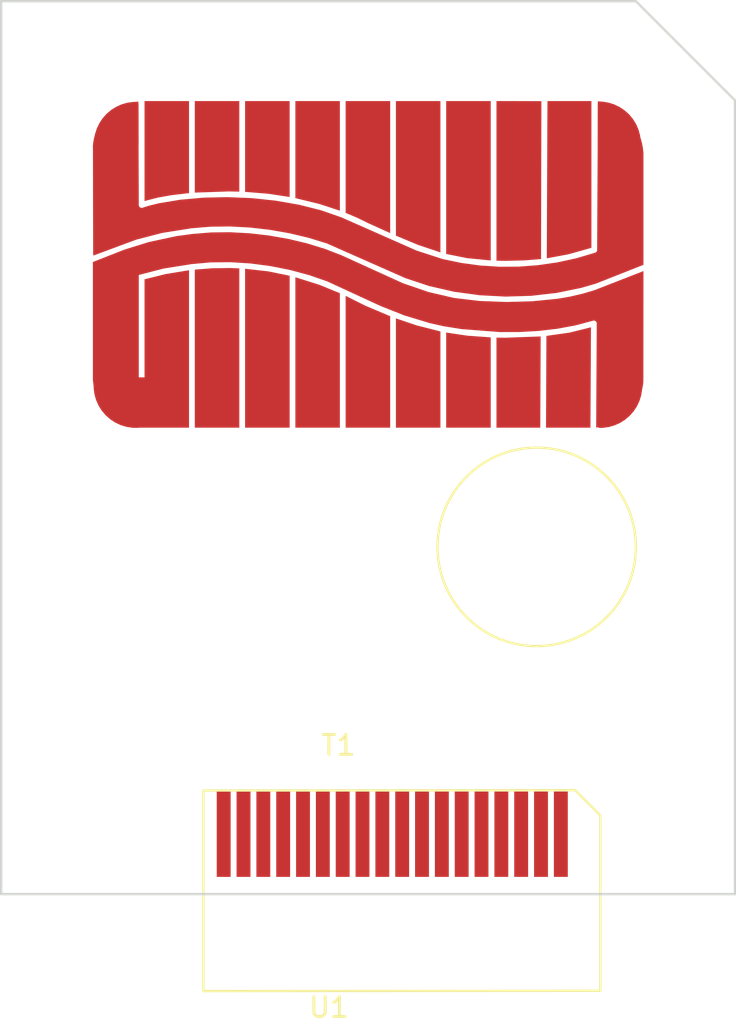
<source format=kicad_pcb>
(kicad_pcb (version 20211014) (generator pcbnew)
  (layers (0 "F.Cu" signal) (31 "B.Cu" signal) (34 "B.Paste" user) (35 "F.Paste" user) (36 "B.SilkS" user "B.Silkscreen") (37 "F.SilkS" user "F.Silkscreen") (38 "B.Mask" user) (39 "F.Mask" user) (44 "Edge.Cuts" user))
  (net 0 "")
  (net 1 "Net-(T1-Pad1)")
  (net 2 "/CLE")
  (net 3 "/ALE")
  (net 4 "/~{WE}")
  (net 5 "/~{WP}")
  (net 6 "Net-(T1-Pad6)")
  (net 7 "Net-(T1-Pad7)")
  (net 8 "Net-(T1-Pad8)")
  (net 9 "Net-(T1-Pad9)")
  (net 10 "/~{CD}")
  (net 11 "Net-(T1-Pad12)")
  (net 12 "Net-(T1-Pad13)")
  (net 13 "Net-(T1-Pad14)")
  (net 14 "Net-(T1-Pad15)")
  (net 15 "Net-(T1-Pad16)")
  (net 17 "/R{slash}~{B}")
  (net 18 "/~{RE}")
  (net 19 "/~{CE}")
  (footprint "Library:tempthing" (layer "F.Cu") (at 158.8 123.9 180)
    (fp_text reference "U1" (at 0 -5.95) (layer "F.SilkS"))
    (fp_text value "XD_Card")
    (fp_line (start -12.41 5) (end 6.33 4.985) (layer "F.SilkS") (width 0.12))
    (fp_line (start 6.33 4.985) (end 6.33 -5.125) (layer "F.SilkS") (width 0.12))
    (fp_line (start -13.68 -5.11) (end 6.33 -5.125) (layer "F.SilkS") (width 0.12))
    (fp_line (start -13.68 3.73) (end -13.68 -5.11) (layer "F.SilkS") (width 0.12))
    (fp_line (start -12.41 5) (end -13.68 3.73) (layer "F.SilkS") (width 0.12))
    (pad "1" connect rect (at -11.69 2.78 180) (size 0.7 4.3) (layers "F.Cu" "F.Mask") (net 10 "/~{CD}"))
    (pad "2" connect rect (at -10.69 2.78 180) (size 0.7 4.3) (layers "F.Cu" "F.Mask") (net 17 "/R{slash}~{B}"))
    (pad "3" connect rect (at -9.69 2.78 180) (size 0.7 4.3) (layers "F.Cu" "F.Mask") (net 18 "/~{RE}"))
    (pad "4" connect rect (at -8.69 2.78 180) (size 0.7 4.3) (layers "F.Cu" "F.Mask") (net 19 "/~{CE}"))
    (pad "5" connect rect (at -7.69 2.78 180) (size 0.7 4.3) (layers "F.Cu" "F.Mask") (net 2 "/CLE"))
    (pad "6" connect rect (at -6.69 2.78 180) (size 0.7 4.3) (layers "F.Cu" "F.Mask") (net 3 "/ALE"))
    (pad "7" connect rect (at -5.69 2.78 180) (size 0.7 4.3) (layers "F.Cu" "F.Mask") (net 4 "/~{WE}"))
    (pad "8" connect rect (at -4.69 2.78 180) (size 0.7 4.3) (layers "F.Cu" "F.Mask") (net 5 "/~{WP}"))
    (pad "9" connect rect (at -3.69 2.78 180) (size 0.7 4.3) (layers "F.Cu" "F.Mask") (net 1 "Net-(T1-Pad1)"))
    (pad "10" connect rect (at -2.69 2.78 180) (size 0.7 4.3) (layers "F.Cu" "F.Mask") (net 6 "Net-(T1-Pad6)"))
    (pad "11" connect rect (at -1.69 2.78 180) (size 0.7 4.3) (layers "F.Cu" "F.Mask") (net 7 "Net-(T1-Pad7)"))
    (pad "12" connect rect (at -0.69 2.78 180) (size 0.7 4.3) (layers "F.Cu" "F.Mask") (net 8 "Net-(T1-Pad8)"))
    (pad "13" connect rect (at 0.31 2.78 180) (size 0.7 4.3) (layers "F.Cu" "F.Mask") (net 9 "Net-(T1-Pad9)"))
    (pad "14" connect rect (at 1.31 2.78 180) (size 0.7 4.3) (layers "F.Cu" "F.Mask") (net 12 "Net-(T1-Pad13)"))
    (pad "15" connect rect (at 2.31 2.78 180) (size 0.7 4.3) (layers "F.Cu" "F.Mask") (net 13 "Net-(T1-Pad14)"))
    (pad "16" connect rect (at 3.31 2.78 180) (size 0.7 4.3) (layers "F.Cu" "F.Mask") (net 14 "Net-(T1-Pad15)"))
    (pad "17" connect rect (at 4.31 2.78 180) (size 0.7 4.3) (layers "F.Cu" "F.Mask") (net 15 "Net-(T1-Pad16)"))
    (pad "18" connect rect (at 5.31 2.78 180) (size 0.7 4.3) (layers "F.Cu" "F.Mask") (net 11 "Net-(T1-Pad12)"))
  )
  (footprint "Library:Smartmedia card rwar1" (layer "F.Cu") (at 161 93.9)
    (fp_text reference "T1" (at -1.727751 22.738667 unlocked) (layer "F.SilkS"))
    (fp_text value "SmartMedia_Normal")
    (fp_poly (pts (xy -6.430799 6.731591) (xy -6.430799 -1.277416) (xy -5.258013 -1.144091) (xy -4.184317 -0.924854) (xy -4.184317 6.731591)) (layer "F.Cu") (width 0) (fill solid))
    (fp_poly (pts (xy 1.175089 -2.944433) (xy 1.175089 -9.7283) (xy 3.41804 -9.7283) (xy 3.41804 -2.101914) (xy 2.290105 -2.479523)) (layer "F.Cu") (width 0) (fill solid))
    (fp_poly (pts (xy -11.902751 -7.616333) (xy -11.902751 -9.586333) (xy -12.047024 -9.58597) (xy -12.333155 -9.549038) (xy -12.611118 -9.471761) (xy -12.875254 -9.355712) (xy -13.120187 -9.203254) (xy -13.340929 -9.01749) (xy -13.532987 -8.802203) (xy -13.692452 -8.561774) (xy -13.816077 -8.301098) (xy -13.901346 -8.025481) (xy -13.946522 -7.740535) (xy -13.952751 -7.616333)) (layer "F.Cu") (width 0.2) (fill solid))
    (fp_poly (pts (xy -9.257263 -9.7283) (xy -9.257263 -5.090642) (xy -10.148968 -4.984652) (xy -10.839875 -4.860897) (xy -11.500214 -4.689912) (xy -11.500214 -9.7283)) (layer "F.Cu") (width 0) (fill solid))
    (fp_poly (pts (xy 8.472641 2.13325) (xy 8.452789 6.731591) (xy 6.244504 6.731591) (xy 6.244504 2.191171) (xy 6.678737 2.199116)) (layer "F.Cu") (width 0) (fill solid))
    (fp_poly (pts (xy -1.361384 6.731591) (xy -1.361384 0.087294) (xy -0.37318 0.581342) (xy 0.885077 1.114406) (xy 0.885082 6.731592)) (layer "F.Cu") (width 0) (fill solid))
    (fp_poly (pts (xy -4.184317 -9.7283) (xy -4.184317 -4.892484) (xy -5.260686 -5.056401) (xy -6.430799 -5.152266) (xy -6.430799 -9.7283)) (layer "F.Cu") (width 0) (fill solid))
    (fp_poly (pts (xy 5.954492 -1.695134) (xy 4.766626 -1.810432) (xy 3.708031 -2.022397) (xy 3.708031 -9.7283) (xy 5.954492 -9.7283)) (layer "F.Cu") (width 0) (fill solid))
    (fp_poly (pts (xy 8.742801 6.731591) (xy 8.762783 2.106357) (xy 9.928479 1.940346) (xy 11.008813 1.672145) (xy 10.98235 6.731591)) (layer "F.Cu") (width 0) (fill solid))
    (fp_poly (pts (xy 3.41804 1.880811) (xy 3.41804 6.731591) (xy 1.175089 6.731591) (xy 1.175089 1.224735) (xy 2.244145 1.584764)) (layer "F.Cu") (width 0) (fill solid))
    (fp_poly (pts (xy -8.967272 -1.23476) (xy -8.108328 -1.300401) (xy -7.209649 -1.31458) (xy -6.72079 -1.295481) (xy -6.72079 6.731591) (xy -8.967272 6.731591)) (layer "F.Cu") (width 0) (fill solid))
    (fp_poly (pts (xy 5.954492 2.18174) (xy 5.954492 6.731591) (xy 3.708031 6.731591) (xy 3.708031 1.937827) (xy 4.780207 2.096869)) (layer "F.Cu") (width 0) (fill solid))
    (fp_poly (pts (xy -11.902751 4.588667) (xy -13.962751 4.588667) (xy -13.962388 4.73294) (xy -13.925456 5.019071) (xy -13.848179 5.297034) (xy -13.73213 5.56117) (xy -13.579672 5.806103) (xy -13.393908 6.026845) (xy -13.178621 6.218903) (xy -12.938192 6.378368) (xy -12.677516 6.501993) (xy -12.401899 6.587262) (xy -12.116953 6.632438) (xy -11.902751 6.638667)) (layer "F.Cu") (width 0.2) (fill solid))
    (fp_poly (pts (xy 8.509774 -9.724472) (xy 8.491525 -1.766663) (xy 7.629231 -1.697354) (xy 6.695704 -1.675088) (xy 6.244504 -1.683098) (xy 6.244504 -9.7283)) (layer "F.Cu") (width 0) (fill solid))
    (fp_poly (pts (xy -1.651375 -0.045428) (xy -1.651375 6.731591) (xy -3.894326 6.731591) (xy -3.894326 -0.848545) (xy -2.681189 -0.466438)) (layer "F.Cu") (width 0) (fill solid))
    (fp_poly (pts (xy -9.096355 -3.029915) (xy -8.159627 -3.107378) (xy -7.190713 -3.118032) (xy -6.204982 -3.064994) (xy -5.217803 -2.951385) (xy -4.244544 -2.780324) (xy -3.300576 -2.554928) (xy -2.401266 -2.278318) (xy -1.561983 -1.953612) (xy 1.531503 -0.54638) (xy 2.823258 -0.103067) (xy 4.105064 0.194409) (xy 5.389889 0.3468) (xy 6.748542 0.397357) (xy 8.04995 0.360922) (xy 9.337657 0.233438) (xy 9.981868 0.121011) (xy 10.588148 -0.021708) (xy 11.173785 -0.193868) (xy 13.655637 -1.159831) (xy 13.65188 4.394818) (xy 13.641102 4.51344) (xy 13.623505 4.630248) (xy 13.59934 4.745129) (xy 13.568856 4.857972) (xy 13.532305 4.968665) (xy 13.442001 5.183151) (xy 13.33043 5.387692) (xy 13.199595 5.581391) (xy 13.0515 5.763352) (xy 12.888146 5.932679) (xy 12.711537 6.088476) (xy 12.523675 6.229847) (xy 12.326564 6.355896) (xy 12.122206 6.465726) (xy 11.912604 6.558441) (xy 11.699761 6.633146) (xy 11.485679 6.688943) (xy 11.272363 6.724938) (xy 11.299873 1.470979) (xy 11.299344 1.462244) (xy 11.298224 1.453659) (xy 11.296536 1.445239) (xy 11.294304 1.436999) (xy 11.291549 1.428957) (xy 11.288294 1.421127) (xy 11.284563 1.413526) (xy 11.280377 1.406169) (xy 11.27576 1.399072) (xy 11.270735 1.392252) (xy 11.265324 1.385723) (xy 11.259549 1.379502) (xy 11.253435 1.373605) (xy 11.247002 1.368048) (xy 11.240275 1.362845) (xy 11.233276 1.358014) (xy 11.226028 1.353571) (xy 11.218553 1.34953) (xy 11.210874 1.345907) (xy 11.203014 1.34272) (xy 11.194995 1.339983) (xy 11.186841 1.337712) (xy 11.178575 1.335924) (xy 11.170218 1.334634) (xy 11.161793 1.333858) (xy 11.153325 1.333611) (xy 11.144834 1.33391) (xy 11.136344 1.334771) (xy 11.127878 1.336209) (xy 10.23585 1.575214) (xy 9.31304 1.746416) (xy 8.357208 1.857607) (xy 7.382883 1.911907) (xy 6.404597 1.912437) (xy 4.49426 1.764669) (xy 3.59127 1.622612) (xy 2.888567 1.463954) (xy 1.602563 1.076647) (xy 0.4 0.6) (xy -2.29305 -0.641326) (xy -3.204342 -0.957001) (xy -4.164093 -1.215256) (xy -5.156251 -1.412284) (xy -6.164762 -1.544277) (xy -7.173573 -1.607426) (xy -8.16663 -1.597924) (xy -9.12788 -1.511963) (xy -10.532936 -1.288568) (xy -11.790226 -0.964472) (xy -11.790226 4.195484) (xy -11.500214 4.195484) (xy -11.500214 -0.745881) (xy -10.437375 -1.009654) (xy -9.257263 -1.202292) (xy -9.257263 6.731591) (xy -11.787362 6.731591) (xy -11.885782 6.722523) (xy -12.023046 6.701856) (xy -12.193644 6.663309) (xy -12.392063 6.600602) (xy -12.612792 6.507454) (xy -12.850318 6.377585) (xy -12.973658 6.296918) (xy -13.099131 6.204715) (xy -13.226047 6.100192) (xy -13.353718 5.982563) (xy -13.471338 5.859676) (xy -13.575725 5.734736) (xy -13.667693 5.608746) (xy -13.748056 5.482712) (xy -13.81763 5.35764) (xy -13.877228 5.234534) (xy -13.969755 4.99824) (xy -14.032152 4.781872) (xy -14.070935 4.59347) (xy -14.103715 4.332728) (xy -14.103715 -1.616801) (xy -12.525055 -2.237907) (xy -11.288577 -2.622742) (xy -9.876455 -2.925252) (xy -9.096915 -3.02985)) (layer "F.Cu") (width 0) (fill solid))
    (fp_poly (pts (xy 11.031863 -9.7283) (xy 11.031529 -2.332261) (xy 9.865956 -2.00445) (xy 8.781709 -1.804085) (xy 8.815622 -9.7283) (xy 11.031863 -9.7283) (xy 11.031529 -2.332261)) (layer "F.Cu") (width 0) (fill solid))
    (fp_poly (pts (xy 11.442249 4.668667) (xy 11.442249 6.638667) (xy 11.586522 6.638304) (xy 11.872653 6.601372) (xy 12.150616 6.524095) (xy 12.414752 6.408046) (xy 12.659685 6.255588) (xy 12.880427 6.069824) (xy 13.072485 5.854537) (xy 13.23195 5.614108) (xy 13.355575 5.353432) (xy 13.440844 5.077815) (xy 13.48602 4.792869) (xy 13.492249 4.668667)) (layer "F.Cu") (width 0.2) (fill solid))
    (fp_poly (pts (xy -11.902751 4.588667) (xy -13.962751 4.588667) (xy -13.962388 4.73294) (xy -13.925456 5.019071) (xy -13.848179 5.297034) (xy -13.73213 5.56117) (xy -13.579672 5.806103) (xy -13.393908 6.026845) (xy -13.178621 6.218903) (xy -12.938192 6.378368) (xy -12.677516 6.501993) (xy -12.401899 6.587262) (xy -12.116953 6.632438) (xy -11.902751 6.638667)) (layer "F.Cu") (width 0.2) (fill solid))
    (fp_poly (pts (xy -1.651375 -4.203077) (xy -2.685735 -4.541738) (xy -3.894326 -4.835877) (xy -3.894326 -9.7283) (xy -1.651375 -9.7283)) (layer "F.Cu") (width 0) (fill solid))
    (fp_poly (pts (xy 11.452249 -7.556333) (xy 13.422249 -7.556333) (xy 13.421886 -7.700606) (xy 13.384954 -7.986737) (xy 13.307677 -8.2647) (xy 13.191628 -8.528836) (xy 13.03917 -8.773769) (xy 12.853406 -8.994511) (xy 12.638119 -9.186569) (xy 12.39769 -9.346034) (xy 12.137014 -9.469659) (xy 11.861397 -9.554928) (xy 11.576451 -9.600104) (xy 11.452249 -9.606333)) (layer "F.Cu") (width 0.2) (fill solid))
    (fp_poly (pts (xy 2.21042 -2.195673) (xy 3.526173 -1.767309) (xy 4.461212 -1.571069) (xy 5.416713 -1.441562) (xy 6.386285 -1.379171) (xy 7.363537 -1.384282) (xy 8.342076 -1.457278) (xy 9.315511 -1.598544) (xy 10.277451 -1.808464) (xy 11.221504 -2.087423) (xy 11.232347 -2.091496) (xy 11.242716 -2.096363) (xy 11.252579 -2.101982) (xy 11.261907 -2.108311) (xy 11.270668 -2.115308) (xy 11.278833 -2.122931) (xy 11.286371 -2.131139) (xy 11.293251 -2.139888) (xy 11.299443 -2.149137) (xy 11.304917 -2.158843) (xy 11.309642 -2.168966) (xy 11.313586 -2.179462) (xy 11.316721 -2.19029) (xy 11.319015 -2.201408) (xy 11.320439 -2.212773) (xy 11.359019 -9.722438) (xy 11.453754 -9.70418) (xy 11.64704 -9.653577) (xy 11.8438 -9.584328) (xy 12.042101 -9.496596) (xy 12.240006 -9.390545) (xy 12.43558 -9.266338) (xy 12.626886 -9.124141) (xy 12.811991 -8.964116) (xy 13.01822 -8.753724) (xy 13.121969 -8.625612) (xy 13.21363 -8.494457) (xy 13.293973 -8.361581) (xy 13.363769 -8.228308) (xy 13.423787 -8.095961) (xy 13.517572 -7.839338) (xy 13.581488 -7.602298) (xy 13.621697 -7.395425) (xy 13.655637 -7.114528) (xy 13.655637 -1.474605) (xy 11.259053 -0.528705) (xy 10.525801 -0.315687) (xy 9.289753 -0.061489) (xy 8.008643 0.085977) (xy 6.703284 0.126) (xy 5.394486 0.05787) (xy 4.10306 -0.119125) (xy 2.849817 -0.405695) (xy 1.655569 -0.802552) (xy -2.306595 -2.552551) (xy -3.223153 -2.834533) (xy -4.184952 -3.064193) (xy -5.176439 -3.238405) (xy -6.182059 -3.354037) (xy -7.186258 -3.40796) (xy -8.173483 -3.397045) (xy -9.128179 -3.318162) (xy -10.612159 -3.082726) (xy -11.916693 -2.744278) (xy -14.065881 -1.946655) (xy -14.07511 -1.948746) (xy -14.083197 -1.981986) (xy -14.090204 -2.044347) (xy -14.100905 -7.37399) (xy -14.103698 -7.39805) (xy -14.102658 -7.471534) (xy -14.087866 -7.638282) (xy -14.0548 -7.825658) (xy -14.001867 -8.026766) (xy -13.927476 -8.234707) (xy -13.830035 -8.442587) (xy -13.772174 -8.544349) (xy -13.707953 -8.643509) (xy -13.637174 -8.739206) (xy -13.559638 -8.830577) (xy -13.37208 -9.019193) (xy -13.264708 -9.112651) (xy -13.153929 -9.197543) (xy -13.040641 -9.274281) (xy -12.810125 -9.404934) (xy -12.580342 -9.507896) (xy -12.358472 -9.586452) (xy -12.151695 -9.643887) (xy -11.812144 -9.708533) (xy -11.790187 -4.556047) (xy -11.791931 -4.545526) (xy -11.7931 -4.534947) (xy -11.793703 -4.524342) (xy -11.793249 -4.503182) (xy -11.79065 -4.482303) (xy -11.785986 -4.46196) (xy -11.779335 -4.442409) (xy -11.77529 -4.433011) (xy -11.770779 -4.423906) (xy -11.765811 -4.415128) (xy -11.760396 -4.406708) (xy -11.754545 -4.398678) (xy -11.748267 -4.391069) (xy -11.741572 -4.383915) (xy -11.73447 -4.377247) (xy -11.726971 -4.371096) (xy -11.719086 -4.365496) (xy -11.710824 -4.360477) (xy -11.702194 -4.356073) (xy -11.693208 -4.352314) (xy -11.683875 -4.349233) (xy -11.674205 -4.346862) (xy -11.664207 -4.345233) (xy -11.653892 -4.344378) (xy -11.643271 -4.344328) (xy -11.632352 -4.345117) (xy -11.621145 -4.346775) (xy -11.609662 -4.349335) (xy -11.290506 -4.450732) (xy -10.778046 -4.577563) (xy -9.692246 -4.756771) (xy -8.534087 -4.859923) (xy -7.330238 -4.886649) (xy -6.107367 -4.836578) (xy -4.892144 -4.70934) (xy -3.711236 -4.504564) (xy -2.591314 -4.221879) (xy -1.559046 -3.860915)) (layer "F.Cu") (width 0) (fill solid))
    (fp_poly (pts (xy 11.442249 4.668667) (xy 11.442249 6.638667) (xy 11.586522 6.638304) (xy 11.872653 6.601372) (xy 12.150616 6.524095) (xy 12.414752 6.408046) (xy 12.659685 6.255588) (xy 12.880427 6.069824) (xy 13.072485 5.854537) (xy 13.23195 5.614108) (xy 13.355575 5.353432) (xy 13.440844 5.077815) (xy 13.48602 4.792869) (xy 13.492249 4.668667)) (layer "F.Cu") (width 0.2) (fill solid))
    (fp_poly (pts (xy -1.361384 -9.7283) (xy 0.885077 -9.7283) (xy 0.885077 -3.074033) (xy -0.250405 -3.586987) (xy -0.753306 -3.834676) (xy -1.361384 -4.09404) (xy -1.361384 -9.7283) (xy -0.250405 -3.586987)) (layer "F.Cu") (width 0) (fill solid))
    (fp_poly (pts (xy -8.967272 -9.7283) (xy -6.72079 -9.7283) (xy -6.72079 -5.163527) (xy -7.256653 -5.174659) (xy -8.967272 -5.114628) (xy -8.967272 -9.7283) (xy -7.256653 -5.174659)) (layer "F.Cu") (width 0) (fill solid))
    (fp_circle (center 8.272249 12.738667) (end 13.272249 12.738667) (layer "F.SilkS") (width 0.12) (fill none))
    (fp_line (start -18.727751 30.238667) (end -18.727751 -14.761333) (layer "Edge.Cuts") (width 0.12))
    (fp_line (start 18.272249 30.238667) (end 18.272249 -9.761333) (layer "Edge.Cuts") (width 0.12))
    (fp_line (start -18.727751 -14.761333) (end 13.272249 -14.761333) (layer "Edge.Cuts") (width 0.12))
    (fp_line (start -18.727751 30.238667) (end 18.272249 30.238667) (layer "Edge.Cuts") (width 0.12))
    (fp_line (start 13.272249 -14.761333) (end 18.272249 -9.761333) (layer "Edge.Cuts") (width 0.12))
    (pad "1" connect custom (at 12.472249 3.658666) (size 2 2.2) (layers "F.Cu" "F.Mask") (net 1 "Net-(T1-Pad1)") (options (clearance outline) (anchor rect)) (primitives))
    (pad "2" connect custom (at 9.932249 3.658666) (size 2 2.2) (layers "F.Cu" "F.Mask") (net 2 "/CLE") (options (clearance outline) (anchor rect)) (primitives))
    (pad "3" connect custom (at 7.392249 3.638667) (size 2 2.2) (layers "F.Cu" "F.Mask") (net 3 "/ALE") (options (clearance outline) (anchor rect)) (primitives))
    (pad "4" connect custom (at 4.852249 3.658666) (size 2 2.2) (layers "F.Cu" "F.Mask") (net 4 "/~{WE}") (options (clearance outline) (anchor rect)) (primitives))
    (pad "5" connect custom (at 2.312249 3.638667) (size 2 2.2) (layers "F.Cu" "F.Mask") (net 5 "/~{WP}") (options (clearance outline) (anchor rect)) (primitives))
    (pad "6" connect custom (at -0.227751 3.638667) (size 2 2.2) (layers "F.Cu" "F.Mask") (net 6 "Net-(T1-Pad6)") (options (clearance outline) (anchor rect)) (primitives))
    (pad "7" connect custom (at -2.767751 3.638667) (size 2 2.2) (layers "F.Cu" "F.Mask") (net 7 "Net-(T1-Pad7)") (options (clearance outline) (anchor rect)) (primitives))
    (pad "8" connect custom (at -5.307751 3.638667) (size 2 2.2) (layers "F.Cu" "F.Mask") (net 8 "Net-(T1-Pad8)") (options (clearance outline) (anchor rect)) (primitives))
    (pad "9" connect custom (at -7.861084 3.618668) (size 2 2.2) (layers "F.Cu" "F.Mask") (net 9 "Net-(T1-Pad9)") (options (clearance outline) (anchor rect)) (primitives))
    (pad "10" connect custom (at -10.387751 3.638667) (size 2 2.2) (layers "F.Cu" "F.Mask") (net 1 "Net-(T1-Pad1)") (options (clearance outline) (anchor rect)) (primitives))
    (pad "11" connect custom (at -12.927751 3.638667) (size 2 2.2) (layers "F.Cu" "F.Mask") (net 10 "/~{CD}") (options (clearance outline) (anchor rect)) (primitives))
    (pad "12" connect custom (at -12.927751 -6.561333) (size 2 2.2) (layers "F.Cu" "F.Mask") (net 11 "Net-(T1-Pad12)") (options (clearance outline) (anchor rect)) (primitives))
    (pad "13" connect custom (at -10.387751 -6.561333) (size 2 2.2) (layers "F.Cu" "F.Mask") (net 12 "Net-(T1-Pad13)") (options (clearance outline) (anchor rect)) (primitives))
    (pad "14" connect custom (at -7.847751 -6.561333) (size 2 2.2) (layers "F.Cu" "F.Mask") (net 13 "Net-(T1-Pad14)") (options (clearance outline) (anchor rect)) (primitives))
    (pad "15" connect custom (at -5.307751 -6.561333) (size 2 2.2) (layers "F.Cu" "F.Mask") (net 14 "Net-(T1-Pad15)") (options (clearance outline) (anchor rect)) (primitives))
    (pad "16" connect custom (at -2.767751 -6.561333) (size 2 2.2) (layers "F.Cu" "F.Mask") (net 15 "Net-(T1-Pad16)") (options (clearance outline) (anchor rect)) (primitives))
    (pad "17" connect custom (at -0.227751 -6.561333) (size 2 2.2) (layers "F.Cu" "F.Mask") (net 11 "Net-(T1-Pad12)") (options (clearance outline) (anchor rect)) (primitives))
    (pad "18" connect custom (at 2.312249 -6.561333) (size 2 2.2) (layers "F.Cu" "F.Mask") (options (clearance outline) (anchor rect)) (primitives))
    (pad "19" connect custom (at 4.852249 -6.561333) (size 2 2.2) (layers "F.Cu" "F.Mask") (net 17 "/R{slash}~{B}") (options (clearance outline) (anchor rect)) (primitives))
    (pad "20" connect custom (at 7.378916 -6.581332) (size 2 2.2) (layers "F.Cu" "F.Mask") (net 18 "/~{RE}") (options (clearance outline) (anchor rect)) (primitives))
    (pad "21" connect custom (at 9.932249 -6.561333) (size 2 2.2) (layers "F.Cu" "F.Mask") (net 19 "/~{CE}") (options (clearance outline) (anchor rect)) (primitives))
    (pad "22" connect custom (at 12.472249 -6.561333) (size 2 2.2) (layers "F.Cu" "F.Mask") (net 11 "Net-(T1-Pad12)") (options (clearance outline) (anchor rect)) (primitives))
  )
)
</source>
